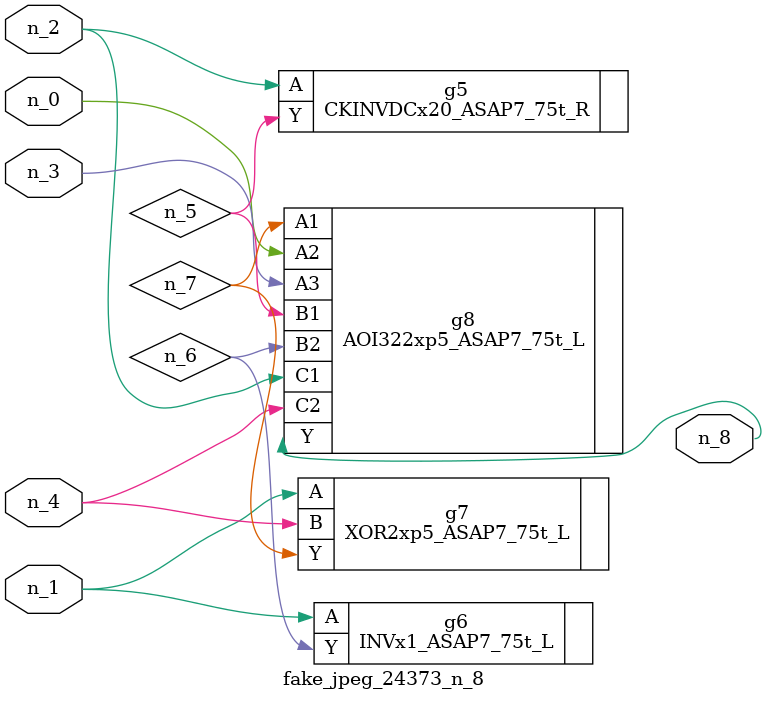
<source format=v>
module fake_jpeg_24373_n_8 (n_3, n_2, n_1, n_0, n_4, n_8);

input n_3;
input n_2;
input n_1;
input n_0;
input n_4;

output n_8;

wire n_6;
wire n_5;
wire n_7;

CKINVDCx20_ASAP7_75t_R g5 ( 
.A(n_2),
.Y(n_5)
);

INVx1_ASAP7_75t_L g6 ( 
.A(n_1),
.Y(n_6)
);

XOR2xp5_ASAP7_75t_L g7 ( 
.A(n_1),
.B(n_4),
.Y(n_7)
);

AOI322xp5_ASAP7_75t_L g8 ( 
.A1(n_7),
.A2(n_0),
.A3(n_3),
.B1(n_5),
.B2(n_6),
.C1(n_2),
.C2(n_4),
.Y(n_8)
);


endmodule
</source>
